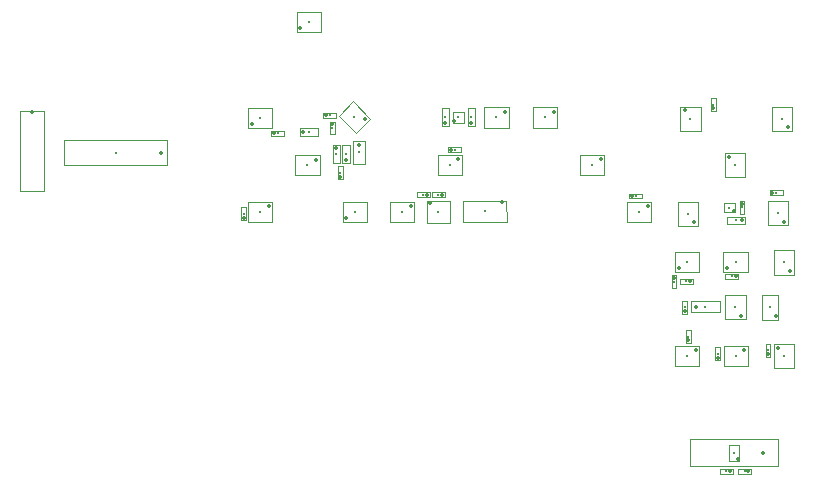
<source format=gbr>
%TF.GenerationSoftware,KiCad,Pcbnew,9.0.3*%
%TF.CreationDate,2025-08-06T14:02:13+08:00*%
%TF.ProjectId,Main,4d61696e-2e6b-4696-9361-645f70636258,3*%
%TF.SameCoordinates,Original*%
%TF.FileFunction,Component,L2,Bot*%
%TF.FilePolarity,Positive*%
%FSLAX46Y46*%
G04 Gerber Fmt 4.6, Leading zero omitted, Abs format (unit mm)*
G04 Created by KiCad (PCBNEW 9.0.3) date 2025-08-06 14:02:13*
%MOMM*%
%LPD*%
G01*
G04 APERTURE LIST*
%TA.AperFunction,ComponentMain*%
%ADD10C,0.300000*%
%TD*%
%TA.AperFunction,ComponentOutline,Footprint*%
%ADD11C,0.100000*%
%TD*%
%TA.AperFunction,ComponentPin*%
%ADD12P,0.360000X4X0.000000*%
%TD*%
%TA.AperFunction,ComponentPin*%
%ADD13C,0.100000*%
%TD*%
G04 APERTURE END LIST*
D10*
%TO.C,D6*%
%TO.CFtp,TX1812MWCA5-F01*%
%TO.CVal,TX1812MJA5*%
%TO.CLbN,Pixels-dice*%
%TO.CMnt,SMD*%
%TO.CRot,45*%
X149000000Y-82680000D03*
D11*
X148876256Y-81354175D02*
X150325825Y-82803744D01*
X149123744Y-84005825D01*
X147674175Y-82556256D01*
X148876256Y-81354175D01*
D12*
%TO.P,D6,1,DOUT*%
X149866206Y-82839099D03*
D13*
%TO.P,D6,2,GND*%
X149159099Y-83546206D03*
%TO.P,D6,3,DIN*%
X148133794Y-82520901D03*
%TO.P,D6,4,VCC*%
X148840901Y-81813794D03*
%TD*%
D10*
%TO.C,C16*%
%TO.CFtp,C_0402_1005Metric*%
%TO.CVal,10uF 6.3V 20\u0025*%
%TO.CLbN,Pixels-dice*%
%TO.CMnt,SMD*%
%TO.CRot,-90*%
X158890000Y-82690000D03*
D11*
X159200000Y-83450000D02*
X158580000Y-83450000D01*
X158580000Y-81930000D01*
X159200000Y-81930000D01*
X159200000Y-83450000D01*
D12*
%TO.P,C16,1*%
X158890000Y-83170000D03*
D13*
%TO.P,C16,2*%
X158890000Y-82210000D03*
%TD*%
D10*
%TO.C,D2*%
%TO.CFtp,TX1812MWCA5-F01*%
%TO.CVal,TX1812MJA5*%
%TO.CLbN,Pixels-dice*%
%TO.CMnt,SMD*%
%TO.CRot,-90*%
X145120000Y-74620000D03*
D11*
X146145000Y-75470000D02*
X144095000Y-75470000D01*
X144095000Y-73770000D01*
X146145000Y-73770000D01*
X146145000Y-75470000D01*
D12*
%TO.P,D2,1,DOUT*%
X144395000Y-75120000D03*
D13*
%TO.P,D2,2,GND*%
X144395000Y-74120000D03*
%TO.P,D2,3,DIN*%
X145845000Y-74120000D03*
%TO.P,D2,4,VCC*%
X145845000Y-75120000D03*
%TD*%
D10*
%TO.C,U7*%
%TO.CFtp,UDFN-4-1EP_1x1mm_P0.65mm_EP0.48x0.48mm*%
%TO.CVal,DS6101*%
%TO.CLbN,Package_DFN_QFN*%
%TO.CMnt,SMD*%
%TO.CRot,-90*%
X181137500Y-111117500D03*
D11*
X181587500Y-111767500D02*
X180687500Y-111767500D01*
X180687500Y-110467500D01*
X181587500Y-110467500D01*
X181587500Y-111767500D01*
D12*
%TO.P,U7,1,BAT*%
X181462500Y-111657500D03*
D13*
%TO.P,U7,2,VSS*%
X180812500Y-111657500D03*
%TO.P,U7,3,SM*%
X180812500Y-110577500D03*
%TO.P,U7,4,EB-*%
X181462500Y-110577500D03*
%TO.P,U7,5,PAD*%
X181137500Y-111117500D03*
%TD*%
D10*
%TO.C,U5*%
%TO.CFtp,TDFN-8-1EP_3x2mm_P0.5mm_EP1.3x1.4mm*%
%TO.CVal,BL24C02F-NTRC*%
%TO.CLbN,Pixels-dice*%
%TO.CMnt,SMD*%
%TO.CRot,0.5*%
X160018067Y-90662823D03*
D11*
X161860361Y-89771712D02*
X161875632Y-91521646D01*
X158175773Y-91553934D01*
X158160502Y-89804000D01*
X161860361Y-89771712D01*
D12*
%TO.P,U5,1,A0*%
X161473966Y-89900089D03*
D13*
%TO.P,U5,2,A1*%
X161478330Y-90400070D03*
%TO.P,U5,3,A2*%
X161482693Y-90900051D03*
%TO.P,U5,4,GND*%
X161487056Y-91400032D03*
%TO.P,U5,5,SDA*%
X158562168Y-91425557D03*
%TO.P,U5,6,SCL*%
X158557804Y-90925576D03*
%TO.P,U5,7,WP*%
X158553441Y-90425595D03*
%TO.P,U5,8,VCC*%
X158549078Y-89925614D03*
%TO.P,U5,9*%
X160018067Y-90662823D03*
%TD*%
D10*
%TO.C,U8*%
%TO.CFtp,SOT-553*%
%TO.CVal,SL1605*%
%TO.CLbN,Package_TO_SOT_SMD*%
%TO.CMnt,SMD*%
%TO.CRot,-90*%
X184180000Y-98792500D03*
D11*
X184855000Y-99842500D02*
X183505000Y-99842500D01*
X183505000Y-97742500D01*
X184855000Y-97742500D01*
X184855000Y-99842500D01*
D12*
%TO.P,U8,1*%
X184680000Y-99505000D03*
D13*
%TO.P,U8,2,GND*%
X184180000Y-99505000D03*
%TO.P,U8,3*%
X183680000Y-99505000D03*
%TO.P,U8,4,VDD*%
X183680000Y-98080000D03*
%TO.P,U8,5,OUT*%
X184680000Y-98080000D03*
%TD*%
D10*
%TO.C,L1*%
%TO.CFtp,C_1.2x1.8*%
%TO.CVal,10uH 100mA 20\u0025*%
%TO.CLbN,Pixels-dice*%
%TO.CMnt,SMD*%
%TO.CRot,90*%
X149370000Y-85670000D03*
D11*
X148860000Y-84710000D02*
X149880000Y-84710000D01*
X149880000Y-86630000D01*
X148860000Y-86630000D01*
X148860000Y-84710000D01*
D12*
%TO.P,L1,1,1*%
X149370000Y-85030000D03*
D13*
%TO.P,L1,2,2*%
X149370000Y-86310000D03*
%TD*%
D10*
%TO.C,C3*%
%TO.CFtp,C_0201_0603Metric*%
%TO.CVal,0.1uF 10V 20\u0025*%
%TO.CLbN,Capacitor_SMD*%
%TO.CMnt,SMD*%
%TO.CRot,90*%
X147130000Y-83600000D03*
D11*
X146930000Y-83050000D02*
X147330000Y-83050000D01*
X147330000Y-84150000D01*
X146930000Y-84150000D01*
X146930000Y-83050000D01*
D12*
%TO.P,C3,1*%
X147130000Y-83280000D03*
D13*
%TO.P,C3,2*%
X147130000Y-83920000D03*
%TD*%
D10*
%TO.C,R10*%
%TO.CFtp,R_0201_0603Metric*%
%TO.CVal,3.9k 1\u0025*%
%TO.CLbN,Resistor_SMD*%
%TO.CMnt,SMD*%
%TO.CRot,0*%
X154810000Y-89250000D03*
D11*
X155360000Y-89050000D02*
X155360000Y-89450000D01*
X154260000Y-89450000D01*
X154260000Y-89050000D01*
X155360000Y-89050000D01*
D12*
%TO.P,R10,1*%
X155130000Y-89250000D03*
D13*
%TO.P,R10,2*%
X154490000Y-89250000D03*
%TD*%
D10*
%TO.C,C10*%
%TO.CFtp,C_0201_0603Metric*%
%TO.CVal,0.1uF 10V 20\u0025*%
%TO.CLbN,Capacitor_SMD*%
%TO.CMnt,SMD*%
%TO.CRot,-90*%
X147810000Y-87390000D03*
D11*
X148010000Y-87940000D02*
X147610000Y-87940000D01*
X147610000Y-86840000D01*
X148010000Y-86840000D01*
X148010000Y-87940000D01*
D12*
%TO.P,C10,1*%
X147810000Y-87710000D03*
D13*
%TO.P,C10,2*%
X147810000Y-87070000D03*
%TD*%
D10*
%TO.C,C23*%
%TO.CFtp,C_0201_0603Metric*%
%TO.CVal,0.1uF 10V 20\u0025*%
%TO.CLbN,Capacitor_SMD*%
%TO.CMnt,SMD*%
%TO.CRot,0*%
X180470000Y-112680000D03*
D11*
X181020000Y-112480000D02*
X181020000Y-112880000D01*
X179920000Y-112880000D01*
X179920000Y-112480000D01*
X181020000Y-112480000D01*
D12*
%TO.P,C23,1*%
X180790000Y-112680000D03*
D13*
%TO.P,C23,2*%
X180150000Y-112680000D03*
%TD*%
D10*
%TO.C,J2*%
%TO.CFtp,FPC-POGO-4*%
%TO.CVal,Conn_01x04*%
%TO.CLbN,Pixels-dice*%
%TO.CMnt,SMD*%
%TO.CRot,0*%
X128780000Y-85690000D03*
D11*
X133140000Y-84640000D02*
X133140000Y-86740000D01*
X124420000Y-86740000D01*
X124420000Y-84640000D01*
X133140000Y-84640000D01*
D12*
%TO.P,J2,1,Pin_1*%
X132590000Y-85690000D03*
D13*
%TO.P,J2,2,Pin_2*%
X130050000Y-85690000D03*
%TO.P,J2,3,Pin_3*%
X127510000Y-85690000D03*
%TO.P,J2,4,Pin_4*%
X124970000Y-85690000D03*
%TD*%
D10*
%TO.C,C18*%
%TO.CFtp,C_0402_1005Metric*%
%TO.CVal,4.7uF 10V 20\u0025*%
%TO.CLbN,Pixels-dice*%
%TO.CMnt,SMD*%
%TO.CRot,-90*%
X156680000Y-82690000D03*
D11*
X156990000Y-83450000D02*
X156370000Y-83450000D01*
X156370000Y-81930000D01*
X156990000Y-81930000D01*
X156990000Y-83450000D01*
D12*
%TO.P,C18,1*%
X156680000Y-83170000D03*
D13*
%TO.P,C18,2*%
X156680000Y-82210000D03*
%TD*%
D10*
%TO.C,U4*%
%TO.CFtp,FPB1_1-4*%
%TO.CVal,ME6230*%
%TO.CLbN,Pixels-dice*%
%TO.CMnt,SMD*%
%TO.CRot,-90*%
X157785000Y-82685000D03*
D11*
X158237500Y-83137500D02*
X157332500Y-83137500D01*
X157332500Y-82232500D01*
X158237500Y-82232500D01*
X158237500Y-83137500D01*
D12*
%TO.P,U4,1,VOUT*%
X157460000Y-83010000D03*
D13*
%TO.P,U4,*%
X157785000Y-82685000D03*
%TO.P,U4,2,VSS*%
X157460000Y-82360000D03*
%TO.P,U4,3,CE*%
X158110000Y-82360000D03*
%TO.P,U4,4,VIN*%
X158110000Y-83010000D03*
%TD*%
D10*
%TO.C,R9*%
%TO.CFtp,R_0201_0603Metric*%
%TO.CVal,100k 1\u0025*%
%TO.CLbN,Resistor_SMD*%
%TO.CMnt,SMD*%
%TO.CRot,90*%
X181820000Y-90320000D03*
D11*
X181620000Y-89770000D02*
X182020000Y-89770000D01*
X182020000Y-90870000D01*
X181620000Y-90870000D01*
X181620000Y-89770000D01*
D12*
%TO.P,R9,1*%
X181820000Y-90000000D03*
D13*
%TO.P,R9,2*%
X181820000Y-90640000D03*
%TD*%
D10*
%TO.C,C4*%
%TO.CFtp,C_0402_1005Metric*%
%TO.CVal,4.7uF 10V 20\u0025*%
%TO.CLbN,Pixels-dice*%
%TO.CMnt,SMD*%
%TO.CRot,180*%
X145140000Y-83950000D03*
D11*
X144380000Y-84260000D02*
X144380000Y-83640000D01*
X145900000Y-83640000D01*
X145900000Y-84260000D01*
X144380000Y-84260000D01*
D12*
%TO.P,C4,1*%
X144660000Y-83950000D03*
D13*
%TO.P,C4,2*%
X145620000Y-83950000D03*
%TD*%
D10*
%TO.C,J3*%
%TO.CFtp,Hongjie 10100 Solder Tabs*%
%TO.CVal,Conn_01x02*%
%TO.CLbN,Pixels-dice*%
%TO.CMnt,TH*%
%TO.CRot,0*%
X181130000Y-111076066D03*
D11*
X184880000Y-109970000D02*
X184880000Y-112176066D01*
X177380000Y-112176066D01*
X177380000Y-109970000D01*
X184880000Y-109970000D01*
D12*
%TO.P,J3,1,Pin_1*%
X183580000Y-111076066D03*
D13*
%TO.P,J3,2,Pin_2*%
X178680000Y-111070000D03*
%TD*%
D10*
%TO.C,J1*%
%TO.CFtp,FPC_14*%
%TO.CVal,Conn_01x14*%
%TO.CLbN,Pixels-dice*%
%TO.CMnt,SMD*%
%TO.CRot,90*%
X121680000Y-82280000D03*
D11*
X120680000Y-82130000D02*
X122680000Y-82130000D01*
X122680000Y-88930000D01*
X120680000Y-88930000D01*
X120680000Y-82130000D01*
D12*
%TO.P,J1,1,Pin_1*%
X121680000Y-82280000D03*
D13*
%TO.P,J1,2,Pin_2*%
X121680000Y-82779999D03*
%TO.P,J1,3,Pin_3*%
X121680000Y-83280000D03*
%TO.P,J1,4,Pin_4*%
X121680000Y-83780000D03*
%TO.P,J1,5,Pin_5*%
X121680000Y-84280001D03*
%TO.P,J1,6,Pin_6*%
X121680000Y-84780000D03*
%TO.P,J1,7,Pin_7*%
X121680000Y-85280000D03*
%TO.P,J1,8,Pin_8*%
X121680000Y-85780000D03*
%TO.P,J1,9,Pin_9*%
X121680000Y-86280000D03*
%TO.P,J1,10,Pin_10*%
X121680000Y-86780001D03*
%TO.P,J1,11,Pin_11*%
X121680000Y-87280000D03*
%TO.P,J1,12,Pin_12*%
X121680000Y-87780000D03*
%TO.P,J1,13,Pin_13*%
X121680000Y-88280000D03*
%TO.P,J1,14,Pin_14*%
X121680000Y-88780000D03*
%TD*%
D10*
%TO.C,L2*%
%TO.CFtp,L_0402_1005Metric*%
%TO.CVal,15nH 100mA 5\u0025*%
%TO.CLbN,Inductor_SMD*%
%TO.CMnt,SMD*%
%TO.CRot,-90*%
X148280000Y-85815000D03*
D11*
X148600000Y-86595000D02*
X147960000Y-86595000D01*
X147960000Y-85035000D01*
X148600000Y-85035000D01*
X148600000Y-86595000D01*
D12*
%TO.P,L2,1,1*%
X148280000Y-86300000D03*
D13*
%TO.P,L2,2,2*%
X148280000Y-85330000D03*
%TD*%
D10*
%TO.C,C1*%
%TO.CFtp,C_0402_1005Metric*%
%TO.CVal,4.7uF 10V 20\u0025*%
%TO.CLbN,Pixels-dice*%
%TO.CMnt,SMD*%
%TO.CRot,90*%
X147460000Y-85810000D03*
D11*
X147150000Y-85050000D02*
X147770000Y-85050000D01*
X147770000Y-86570000D01*
X147150000Y-86570000D01*
X147150000Y-85050000D01*
D12*
%TO.P,C1,1*%
X147460000Y-85330000D03*
D13*
%TO.P,C1,2*%
X147460000Y-86290000D03*
%TD*%
D10*
%TO.C,R12*%
%TO.CFtp,R_0201_0603Metric*%
%TO.CVal,510R 1\u0025*%
%TO.CLbN,Resistor_SMD*%
%TO.CMnt,SMD*%
%TO.CRot,0*%
X182030000Y-112670000D03*
D11*
X182580000Y-112470000D02*
X182580000Y-112870000D01*
X181480000Y-112870000D01*
X181480000Y-112470000D01*
X182580000Y-112470000D01*
D12*
%TO.P,R12,1*%
X182350000Y-112670000D03*
D13*
%TO.P,R12,2*%
X181710000Y-112670000D03*
%TD*%
D10*
%TO.C,U2*%
%TO.CFtp,LGA-12_2x2mm_P0.5mm*%
%TO.CVal,SC7A20HTR*%
%TO.CLbN,Package_LGA*%
%TO.CMnt,SMD*%
%TO.CRot,90*%
X156107500Y-90712500D03*
D11*
X155157500Y-89762500D02*
X157057500Y-89762500D01*
X157057500Y-91662500D01*
X155157500Y-91662500D01*
X155157500Y-89762500D01*
D12*
%TO.P,U2,1,ADDR*%
X155357500Y-89950000D03*
D13*
%TO.P,U2,2,SDA*%
X155857500Y-89950000D03*
%TO.P,U2,3,IO_VDD*%
X156357500Y-89950000D03*
%TO.P,U2,4,NC*%
X156857500Y-89950000D03*
%TO.P,U2,5,INT1*%
X156870000Y-90462500D03*
%TO.P,U2,6,INT2*%
X156870000Y-90962500D03*
%TO.P,U2,7,VDD*%
X156857500Y-91475000D03*
%TO.P,U2,8,GND*%
X156357500Y-91475000D03*
%TO.P,U2,9,GND*%
X155857500Y-91475000D03*
%TO.P,U2,10,CS*%
X155357500Y-91475000D03*
%TO.P,U2,11,NC*%
X155345000Y-90962500D03*
%TO.P,U2,12,SCL*%
X155345000Y-90462500D03*
%TD*%
D10*
%TO.C,R5*%
%TO.CFtp,R_0201_0603Metric*%
%TO.CVal,10k 1\u0025*%
%TO.CLbN,Resistor_SMD*%
%TO.CMnt,SMD*%
%TO.CRot,-90*%
X176950000Y-98780000D03*
D11*
X177150000Y-99330000D02*
X176750000Y-99330000D01*
X176750000Y-98230000D01*
X177150000Y-98230000D01*
X177150000Y-99330000D01*
D12*
%TO.P,R5,1*%
X176950000Y-99100000D03*
D13*
%TO.P,R5,2*%
X176950000Y-98460000D03*
%TD*%
D10*
%TO.C,D5*%
%TO.CFtp,TX1812MWCA5-F01*%
%TO.CVal,TX1812MJA5*%
%TO.CLbN,Pixels-dice*%
%TO.CMnt,SMD*%
%TO.CRot,90*%
X145020000Y-86767500D03*
D11*
X143995000Y-85917500D02*
X146045000Y-85917500D01*
X146045000Y-87617500D01*
X143995000Y-87617500D01*
X143995000Y-85917500D01*
D12*
%TO.P,D5,1,DOUT*%
X145745000Y-86267500D03*
D13*
%TO.P,D5,2,GND*%
X145745000Y-87267500D03*
%TO.P,D5,3,DIN*%
X144295000Y-87267500D03*
%TO.P,D5,4,VCC*%
X144295000Y-86267500D03*
%TD*%
D10*
%TO.C,D3*%
%TO.CFtp,TX1812MWCA5-F01*%
%TO.CVal,TX1812MJA5*%
%TO.CLbN,Pixels-dice*%
%TO.CMnt,SMD*%
%TO.CRot,-90*%
X141022500Y-82730000D03*
D11*
X142047500Y-83580000D02*
X139997500Y-83580000D01*
X139997500Y-81880000D01*
X142047500Y-81880000D01*
X142047500Y-83580000D01*
D12*
%TO.P,D3,1,DOUT*%
X140297500Y-83230000D03*
D13*
%TO.P,D3,2,GND*%
X140297500Y-82230000D03*
%TO.P,D3,3,DIN*%
X141747500Y-82230000D03*
%TO.P,D3,4,VCC*%
X141747500Y-83230000D03*
%TD*%
D10*
%TO.C,D27*%
%TO.CFtp,TX1812MWCA5-F01*%
%TO.CVal,TX1812MJA5*%
%TO.CLbN,Pixels-dice*%
%TO.CMnt,SMD*%
%TO.CRot,180*%
X185360000Y-102917500D03*
D11*
X184510000Y-103942500D02*
X184510000Y-101892500D01*
X186210000Y-101892500D01*
X186210000Y-103942500D01*
X184510000Y-103942500D01*
D12*
%TO.P,D27,1,DOUT*%
X184860000Y-102192500D03*
D13*
%TO.P,D27,2,GND*%
X185860000Y-102192500D03*
%TO.P,D27,3,DIN*%
X185860000Y-103642500D03*
%TO.P,D27,4,VCC*%
X184860000Y-103642500D03*
%TD*%
D10*
%TO.C,R19*%
%TO.CFtp,R_0201_0603Metric*%
%TO.CVal,0R*%
%TO.CLbN,Resistor_SMD*%
%TO.CMnt,SMD*%
%TO.CRot,0*%
X180950000Y-96150000D03*
D11*
X181500000Y-95950000D02*
X181500000Y-96350000D01*
X180400000Y-96350000D01*
X180400000Y-95950000D01*
X181500000Y-95950000D01*
D12*
%TO.P,R19,1*%
X181270000Y-96150000D03*
D13*
%TO.P,R19,2*%
X180630000Y-96150000D03*
%TD*%
D10*
%TO.C,TH1*%
%TO.CFtp,R_0402_1005Metric*%
%TO.CVal,NTC 100k @ 25C*%
%TO.CLbN,Pixels-dice*%
%TO.CMnt,SMD*%
%TO.CRot,0*%
X181310000Y-91430000D03*
D11*
X182090000Y-91110000D02*
X182090000Y-91750000D01*
X180530000Y-91750000D01*
X180530000Y-91110000D01*
X182090000Y-91110000D01*
D12*
%TO.P,TH1,1*%
X181820000Y-91430000D03*
D13*
%TO.P,TH1,2*%
X180800000Y-91430000D03*
%TD*%
D10*
%TO.C,D4*%
%TO.CFtp,TX1812MWCA5-F01*%
%TO.CVal,TX1812MJA5*%
%TO.CLbN,Pixels-dice*%
%TO.CMnt,SMD*%
%TO.CRot,90*%
X141012500Y-90740000D03*
D11*
X139987500Y-89890000D02*
X142037500Y-89890000D01*
X142037500Y-91590000D01*
X139987500Y-91590000D01*
X139987500Y-89890000D01*
D12*
%TO.P,D4,1,DOUT*%
X141737500Y-90240000D03*
D13*
%TO.P,D4,2,GND*%
X141737500Y-91240000D03*
%TO.P,D4,3,DIN*%
X140287500Y-91240000D03*
%TO.P,D4,4,VCC*%
X140287500Y-90240000D03*
%TD*%
D10*
%TO.C,D25*%
%TO.CFtp,TX1812MWCA5-F01*%
%TO.CVal,TX1812MJA5*%
%TO.CLbN,Pixels-dice*%
%TO.CMnt,SMD*%
%TO.CRot,90*%
X177150000Y-102887500D03*
D11*
X176125000Y-102037500D02*
X178175000Y-102037500D01*
X178175000Y-103737500D01*
X176125000Y-103737500D01*
X176125000Y-102037500D01*
D12*
%TO.P,D25,1,DOUT*%
X177875000Y-102387500D03*
D13*
%TO.P,D25,2,GND*%
X177875000Y-103387500D03*
%TO.P,D25,3,DIN*%
X176425000Y-103387500D03*
%TO.P,D25,4,VCC*%
X176425000Y-102387500D03*
%TD*%
D10*
%TO.C,R13*%
%TO.CFtp,R_0201_0603Metric*%
%TO.CVal,0R*%
%TO.CLbN,Resistor_SMD*%
%TO.CMnt,SMD*%
%TO.CRot,180*%
X157490000Y-85440000D03*
D11*
X156940000Y-85640000D02*
X156940000Y-85240000D01*
X158040000Y-85240000D01*
X158040000Y-85640000D01*
X156940000Y-85640000D01*
D12*
%TO.P,R13,1*%
X157170000Y-85440000D03*
D13*
%TO.P,R13,2*%
X157810000Y-85440000D03*
%TD*%
D10*
%TO.C,D21*%
%TO.CFtp,TX1812MWCA5-F01*%
%TO.CVal,TX1812MJA5*%
%TO.CLbN,Pixels-dice*%
%TO.CMnt,SMD*%
%TO.CRot,0*%
X185380000Y-94987500D03*
D11*
X186230000Y-93962500D02*
X186230000Y-96012500D01*
X184530000Y-96012500D01*
X184530000Y-93962500D01*
X186230000Y-93962500D01*
D12*
%TO.P,D21,1,DOUT*%
X185880000Y-95712500D03*
D13*
%TO.P,D21,2,GND*%
X184880000Y-95712500D03*
%TO.P,D21,3,DIN*%
X184880000Y-94262500D03*
%TO.P,D21,4,VCC*%
X185880000Y-94262500D03*
%TD*%
D10*
%TO.C,R16*%
%TO.CFtp,R_0201_0603Metric*%
%TO.CVal,0R*%
%TO.CLbN,Resistor_SMD*%
%TO.CMnt,SMD*%
%TO.CRot,-90*%
X179380000Y-81625000D03*
D11*
X179580000Y-82175000D02*
X179180000Y-82175000D01*
X179180000Y-81075000D01*
X179580000Y-81075000D01*
X179580000Y-82175000D01*
D12*
%TO.P,R16,1*%
X179380000Y-81945000D03*
D13*
%TO.P,R16,2*%
X179380000Y-81305000D03*
%TD*%
D10*
%TO.C,Q1*%
%TO.CFtp,D_0603_1608Metric*%
%TO.CVal,ZSPT-Z1608C-06F-Z4*%
%TO.CLbN,Diode_SMD*%
%TO.CMnt,SMD*%
%TO.CRot,180*%
X178720000Y-98730000D03*
D11*
X177495000Y-99205000D02*
X177495000Y-98255000D01*
X179945000Y-98255000D01*
X179945000Y-99205000D01*
X177495000Y-99205000D01*
D12*
%TO.P,Q1,1,C*%
X177932500Y-98730000D03*
D13*
%TO.P,Q1,2,E*%
X179507500Y-98730000D03*
%TD*%
D10*
%TO.C,R18*%
%TO.CFtp,R_0201_0603Metric*%
%TO.CVal,0R*%
%TO.CLbN,Resistor_SMD*%
%TO.CMnt,SMD*%
%TO.CRot,90*%
X176060000Y-96630000D03*
D11*
X175860000Y-96080000D02*
X176260000Y-96080000D01*
X176260000Y-97180000D01*
X175860000Y-97180000D01*
X175860000Y-96080000D01*
D12*
%TO.P,R18,1*%
X176060000Y-96310000D03*
D13*
%TO.P,R18,2*%
X176060000Y-96950000D03*
%TD*%
D10*
%TO.C,D15*%
%TO.CFtp,TX1812MWCA5-F01*%
%TO.CVal,TX1812MJA5*%
%TO.CLbN,Pixels-dice*%
%TO.CMnt,SMD*%
%TO.CRot,90*%
X173120000Y-90690000D03*
D11*
X172095000Y-89840000D02*
X174145000Y-89840000D01*
X174145000Y-91540000D01*
X172095000Y-91540000D01*
X172095000Y-89840000D01*
D12*
%TO.P,D15,1,DOUT*%
X173845000Y-90190000D03*
D13*
%TO.P,D15,2,GND*%
X173845000Y-91190000D03*
%TO.P,D15,3,DIN*%
X172395000Y-91190000D03*
%TO.P,D15,4,VCC*%
X172395000Y-90190000D03*
%TD*%
D10*
%TO.C,D23*%
%TO.CFtp,TX1812MWCA5-F01*%
%TO.CVal,TX1812MJA5*%
%TO.CLbN,Pixels-dice*%
%TO.CMnt,SMD*%
%TO.CRot,-90*%
X177180000Y-94950000D03*
D11*
X178205000Y-95800000D02*
X176155000Y-95800000D01*
X176155000Y-94100000D01*
X178205000Y-94100000D01*
X178205000Y-95800000D01*
D12*
%TO.P,D23,1,DOUT*%
X176455000Y-95450000D03*
D13*
%TO.P,D23,2,GND*%
X176455000Y-94450000D03*
%TO.P,D23,3,DIN*%
X177905000Y-94450000D03*
%TO.P,D23,4,VCC*%
X177905000Y-95450000D03*
%TD*%
D10*
%TO.C,D12*%
%TO.CFtp,TX1812MWCA5-F01*%
%TO.CVal,TX1812MJA5*%
%TO.CLbN,Pixels-dice*%
%TO.CMnt,SMD*%
%TO.CRot,90*%
X165140000Y-82710000D03*
D11*
X164115000Y-81860000D02*
X166165000Y-81860000D01*
X166165000Y-83560000D01*
X164115000Y-83560000D01*
X164115000Y-81860000D01*
D12*
%TO.P,D12,1,DOUT*%
X165865000Y-82210000D03*
D13*
%TO.P,D12,2,GND*%
X165865000Y-83210000D03*
%TO.P,D12,3,DIN*%
X164415000Y-83210000D03*
%TO.P,D12,4,VCC*%
X164415000Y-82210000D03*
%TD*%
D10*
%TO.C,R14*%
%TO.CFtp,R_0201_0603Metric*%
%TO.CVal,0R*%
%TO.CLbN,Resistor_SMD*%
%TO.CMnt,SMD*%
%TO.CRot,-90*%
X139610000Y-90870000D03*
D11*
X139810000Y-91420000D02*
X139410000Y-91420000D01*
X139410000Y-90320000D01*
X139810000Y-90320000D01*
X139810000Y-91420000D01*
D12*
%TO.P,R14,1*%
X139610000Y-91190000D03*
D13*
%TO.P,R14,2*%
X139610000Y-90550000D03*
%TD*%
D10*
%TO.C,R21*%
%TO.CFtp,R_0201_0603Metric*%
%TO.CVal,0R*%
%TO.CLbN,Resistor_SMD*%
%TO.CMnt,SMD*%
%TO.CRot,-90*%
X179740000Y-102730000D03*
D11*
X179940000Y-103280000D02*
X179540000Y-103280000D01*
X179540000Y-102180000D01*
X179940000Y-102180000D01*
X179940000Y-103280000D01*
D12*
%TO.P,R21,1*%
X179740000Y-103050000D03*
D13*
%TO.P,R21,2*%
X179740000Y-102410000D03*
%TD*%
D10*
%TO.C,C6*%
%TO.CFtp,C_0201_0603Metric*%
%TO.CVal,0.1uF 10V 20\u0025*%
%TO.CLbN,Capacitor_SMD*%
%TO.CMnt,SMD*%
%TO.CRot,-90*%
X177260000Y-101260000D03*
D11*
X177460000Y-101810000D02*
X177060000Y-101810000D01*
X177060000Y-100710000D01*
X177460000Y-100710000D01*
X177460000Y-101810000D01*
D12*
%TO.P,C6,1*%
X177260000Y-101580000D03*
D13*
%TO.P,C6,2*%
X177260000Y-100940000D03*
%TD*%
D10*
%TO.C,D7*%
%TO.CFtp,TX1812MWCA5-F01*%
%TO.CVal,TX1812MJA5*%
%TO.CLbN,Pixels-dice*%
%TO.CMnt,SMD*%
%TO.CRot,-90*%
X149027500Y-90740000D03*
D11*
X150052500Y-91590000D02*
X148002500Y-91590000D01*
X148002500Y-89890000D01*
X150052500Y-89890000D01*
X150052500Y-91590000D01*
D12*
%TO.P,D7,1,DOUT*%
X148302500Y-91240000D03*
D13*
%TO.P,D7,2,GND*%
X148302500Y-90240000D03*
%TO.P,D7,3,DIN*%
X149752500Y-90240000D03*
%TO.P,D7,4,VCC*%
X149752500Y-91240000D03*
%TD*%
D10*
%TO.C,D24*%
%TO.CFtp,TX1812MWCA5-F01*%
%TO.CVal,TX1812MJA5*%
%TO.CLbN,Pixels-dice*%
%TO.CMnt,SMD*%
%TO.CRot,0*%
X181257500Y-98787500D03*
D11*
X182107500Y-97762500D02*
X182107500Y-99812500D01*
X180407500Y-99812500D01*
X180407500Y-97762500D01*
X182107500Y-97762500D01*
D12*
%TO.P,D24,1,DOUT*%
X181757500Y-99512500D03*
D13*
%TO.P,D24,2,GND*%
X180757500Y-99512500D03*
%TO.P,D24,3,DIN*%
X180757500Y-98062500D03*
%TO.P,D24,4,VCC*%
X181757500Y-98062500D03*
%TD*%
D10*
%TO.C,R3*%
%TO.CFtp,R_0201_0603Metric*%
%TO.CVal,0R*%
%TO.CLbN,Resistor_SMD*%
%TO.CMnt,SMD*%
%TO.CRot,180*%
X142510000Y-84050000D03*
D11*
X141960000Y-84250000D02*
X141960000Y-83850000D01*
X143060000Y-83850000D01*
X143060000Y-84250000D01*
X141960000Y-84250000D01*
D12*
%TO.P,R3,1*%
X142190000Y-84050000D03*
D13*
%TO.P,R3,2*%
X142830000Y-84050000D03*
%TD*%
D10*
%TO.C,D9*%
%TO.CFtp,TX1812MWCA5-F01*%
%TO.CVal,TX1812MJA5*%
%TO.CLbN,Pixels-dice*%
%TO.CMnt,SMD*%
%TO.CRot,90*%
X157082500Y-86750000D03*
D11*
X156057500Y-85900000D02*
X158107500Y-85900000D01*
X158107500Y-87600000D01*
X156057500Y-87600000D01*
X156057500Y-85900000D01*
D12*
%TO.P,D9,1,DOUT*%
X157807500Y-86250000D03*
D13*
%TO.P,D9,2,GND*%
X157807500Y-87250000D03*
%TO.P,D9,3,DIN*%
X156357500Y-87250000D03*
%TO.P,D9,4,VCC*%
X156357500Y-86250000D03*
%TD*%
D10*
%TO.C,D16*%
%TO.CFtp,TX1812MWCA5-F01*%
%TO.CVal,TX1812MJA5*%
%TO.CLbN,Pixels-dice*%
%TO.CMnt,SMD*%
%TO.CRot,0*%
X177230000Y-90850000D03*
D11*
X178080000Y-89825000D02*
X178080000Y-91875000D01*
X176380000Y-91875000D01*
X176380000Y-89825000D01*
X178080000Y-89825000D01*
D12*
%TO.P,D16,1,DOUT*%
X177730000Y-91575000D03*
D13*
%TO.P,D16,2,GND*%
X176730000Y-91575000D03*
%TO.P,D16,3,DIN*%
X176730000Y-90125000D03*
%TO.P,D16,4,VCC*%
X177730000Y-90125000D03*
%TD*%
D10*
%TO.C,R15*%
%TO.CFtp,R_0201_0603Metric*%
%TO.CVal,0R*%
%TO.CLbN,Resistor_SMD*%
%TO.CMnt,SMD*%
%TO.CRot,180*%
X146890000Y-82530000D03*
D11*
X146340000Y-82730000D02*
X146340000Y-82330000D01*
X147440000Y-82330000D01*
X147440000Y-82730000D01*
X146340000Y-82730000D01*
D12*
%TO.P,R15,1*%
X146570000Y-82530000D03*
D13*
%TO.P,R15,2*%
X147210000Y-82530000D03*
%TD*%
D10*
%TO.C,D20*%
%TO.CFtp,TX1812MWCA5-F01*%
%TO.CVal,TX1812MJA5*%
%TO.CLbN,Pixels-dice*%
%TO.CMnt,SMD*%
%TO.CRot,0*%
X184880000Y-90812500D03*
D11*
X185730000Y-89787500D02*
X185730000Y-91837500D01*
X184030000Y-91837500D01*
X184030000Y-89787500D01*
X185730000Y-89787500D01*
D12*
%TO.P,D20,1,DOUT*%
X185380000Y-91537500D03*
D13*
%TO.P,D20,2,GND*%
X184380000Y-91537500D03*
%TO.P,D20,3,DIN*%
X184380000Y-90087500D03*
%TO.P,D20,4,VCC*%
X185380000Y-90087500D03*
%TD*%
D10*
%TO.C,R20*%
%TO.CFtp,R_0201_0603Metric*%
%TO.CVal,0R*%
%TO.CLbN,Resistor_SMD*%
%TO.CMnt,SMD*%
%TO.CRot,0*%
X177073752Y-96586190D03*
D11*
X177623752Y-96386190D02*
X177623752Y-96786190D01*
X176523752Y-96786190D01*
X176523752Y-96386190D01*
X177623752Y-96386190D01*
D12*
%TO.P,R20,1*%
X177393752Y-96586190D03*
D13*
%TO.P,R20,2*%
X176753752Y-96586190D03*
%TD*%
D10*
%TO.C,D13*%
%TO.CFtp,TX1812MWCA5-F01*%
%TO.CVal,TX1812MJA5*%
%TO.CLbN,Pixels-dice*%
%TO.CMnt,SMD*%
%TO.CRot,90*%
X169130000Y-86747500D03*
D11*
X168105000Y-85897500D02*
X170155000Y-85897500D01*
X170155000Y-87597500D01*
X168105000Y-87597500D01*
X168105000Y-85897500D01*
D12*
%TO.P,D13,1,DOUT*%
X169855000Y-86247500D03*
D13*
%TO.P,D13,2,GND*%
X169855000Y-87247500D03*
%TO.P,D13,3,DIN*%
X168405000Y-87247500D03*
%TO.P,D13,4,VCC*%
X168405000Y-86247500D03*
%TD*%
D10*
%TO.C,D8*%
%TO.CFtp,TX1812MWCA5-F01*%
%TO.CVal,TX1812MJA5*%
%TO.CLbN,Pixels-dice*%
%TO.CMnt,SMD*%
%TO.CRot,90*%
X153022500Y-90700000D03*
D11*
X151997500Y-89850000D02*
X154047500Y-89850000D01*
X154047500Y-91550000D01*
X151997500Y-91550000D01*
X151997500Y-89850000D01*
D12*
%TO.P,D8,1,DOUT*%
X153747500Y-90200000D03*
D13*
%TO.P,D8,2,GND*%
X153747500Y-91200000D03*
%TO.P,D8,3,DIN*%
X152297500Y-91200000D03*
%TO.P,D8,4,VCC*%
X152297500Y-90200000D03*
%TD*%
D10*
%TO.C,D19*%
%TO.CFtp,TX1812MWCA5-F01*%
%TO.CVal,TX1812MJA5*%
%TO.CLbN,Pixels-dice*%
%TO.CMnt,SMD*%
%TO.CRot,0*%
X185202500Y-82820000D03*
D11*
X186052500Y-81795000D02*
X186052500Y-83845000D01*
X184352500Y-83845000D01*
X184352500Y-81795000D01*
X186052500Y-81795000D01*
D12*
%TO.P,D19,1,DOUT*%
X185702500Y-83545000D03*
D13*
%TO.P,D19,2,GND*%
X184702500Y-83545000D03*
%TO.P,D19,3,DIN*%
X184702500Y-82095000D03*
%TO.P,D19,4,VCC*%
X185702500Y-82095000D03*
%TD*%
D10*
%TO.C,D17*%
%TO.CFtp,TX1812MWCA5-F01*%
%TO.CVal,TX1812MJA5*%
%TO.CLbN,Pixels-dice*%
%TO.CMnt,SMD*%
%TO.CRot,180*%
X181230000Y-86752500D03*
D11*
X180380000Y-87777500D02*
X180380000Y-85727500D01*
X182080000Y-85727500D01*
X182080000Y-87777500D01*
X180380000Y-87777500D01*
D12*
%TO.P,D17,1,DOUT*%
X180730000Y-86027500D03*
D13*
%TO.P,D17,2,GND*%
X181730000Y-86027500D03*
%TO.P,D17,3,DIN*%
X181730000Y-87477500D03*
%TO.P,D17,4,VCC*%
X180730000Y-87477500D03*
%TD*%
D10*
%TO.C,D22*%
%TO.CFtp,TX1812MWCA5-F01*%
%TO.CVal,TX1812MJA5*%
%TO.CLbN,Pixels-dice*%
%TO.CMnt,SMD*%
%TO.CRot,-90*%
X181267500Y-94950000D03*
D11*
X182292500Y-95800000D02*
X180242500Y-95800000D01*
X180242500Y-94100000D01*
X182292500Y-94100000D01*
X182292500Y-95800000D01*
D12*
%TO.P,D22,1,DOUT*%
X180542500Y-95450000D03*
D13*
%TO.P,D22,2,GND*%
X180542500Y-94450000D03*
%TO.P,D22,3,DIN*%
X181992500Y-94450000D03*
%TO.P,D22,4,VCC*%
X181992500Y-95450000D03*
%TD*%
D10*
%TO.C,D26*%
%TO.CFtp,TX1812MWCA5-F01*%
%TO.CVal,TX1812MJA5*%
%TO.CLbN,Pixels-dice*%
%TO.CMnt,SMD*%
%TO.CRot,90*%
X181282500Y-102930000D03*
D11*
X180257500Y-102080000D02*
X182307500Y-102080000D01*
X182307500Y-103780000D01*
X180257500Y-103780000D01*
X180257500Y-102080000D01*
D12*
%TO.P,D26,1,DOUT*%
X182007500Y-102430000D03*
D13*
%TO.P,D26,2,GND*%
X182007500Y-103430000D03*
%TO.P,D26,3,DIN*%
X180557500Y-103430000D03*
%TO.P,D26,4,VCC*%
X180557500Y-102430000D03*
%TD*%
D10*
%TO.C,R11*%
%TO.CFtp,R_0201_0603Metric*%
%TO.CVal,3.9k 1\u0025*%
%TO.CLbN,Resistor_SMD*%
%TO.CMnt,SMD*%
%TO.CRot,0*%
X156090000Y-89260000D03*
D11*
X156640000Y-89060000D02*
X156640000Y-89460000D01*
X155540000Y-89460000D01*
X155540000Y-89060000D01*
X156640000Y-89060000D01*
D12*
%TO.P,R11,1*%
X156410000Y-89260000D03*
D13*
%TO.P,R11,2*%
X155770000Y-89260000D03*
%TD*%
D10*
%TO.C,R22*%
%TO.CFtp,R_0201_0603Metric*%
%TO.CVal,0R*%
%TO.CLbN,Resistor_SMD*%
%TO.CMnt,SMD*%
%TO.CRot,-90*%
X184010000Y-102420000D03*
D11*
X184210000Y-102970000D02*
X183810000Y-102970000D01*
X183810000Y-101870000D01*
X184210000Y-101870000D01*
X184210000Y-102970000D01*
D12*
%TO.P,R22,1*%
X184010000Y-102740000D03*
D13*
%TO.P,R22,2*%
X184010000Y-102100000D03*
%TD*%
D10*
%TO.C,D11*%
%TO.CFtp,TX1812MWCA5-F01*%
%TO.CVal,TX1812MJA5*%
%TO.CLbN,Pixels-dice*%
%TO.CMnt,SMD*%
%TO.CRot,90*%
X161020000Y-82710000D03*
D11*
X159995000Y-81860000D02*
X162045000Y-81860000D01*
X162045000Y-83560000D01*
X159995000Y-83560000D01*
X159995000Y-81860000D01*
D12*
%TO.P,D11,1,DOUT*%
X161745000Y-82210000D03*
D13*
%TO.P,D11,2,GND*%
X161745000Y-83210000D03*
%TO.P,D11,3,DIN*%
X160295000Y-83210000D03*
%TO.P,D11,4,VCC*%
X160295000Y-82210000D03*
%TD*%
D10*
%TO.C,C25*%
%TO.CFtp,C_0201_0603Metric*%
%TO.CVal,0.1uF 10V 20\u0025*%
%TO.CLbN,Capacitor_SMD*%
%TO.CMnt,SMD*%
%TO.CRot,180*%
X172820000Y-89350000D03*
D11*
X172270000Y-89550000D02*
X172270000Y-89150000D01*
X173370000Y-89150000D01*
X173370000Y-89550000D01*
X172270000Y-89550000D01*
D12*
%TO.P,C25,1*%
X172500000Y-89350000D03*
D13*
%TO.P,C25,2*%
X173140000Y-89350000D03*
%TD*%
D10*
%TO.C,R17*%
%TO.CFtp,R_0201_0603Metric*%
%TO.CVal,0R*%
%TO.CLbN,Resistor_SMD*%
%TO.CMnt,SMD*%
%TO.CRot,180*%
X184710000Y-89070000D03*
D11*
X184160000Y-89270000D02*
X184160000Y-88870000D01*
X185260000Y-88870000D01*
X185260000Y-89270000D01*
X184160000Y-89270000D01*
D12*
%TO.P,R17,1*%
X184390000Y-89070000D03*
D13*
%TO.P,R17,2*%
X185030000Y-89070000D03*
%TD*%
D10*
%TO.C,U10*%
%TO.CFtp,DFN1109-6*%
%TO.CVal,WAS3157D-6/TR*%
%TO.CLbN,Pixels-dice*%
%TO.CMnt,SMD*%
%TO.CRot,0*%
X180750000Y-90340000D03*
D11*
X181250000Y-89940000D02*
X181250000Y-90740000D01*
X180250000Y-90740000D01*
X180250000Y-89940000D01*
X181250000Y-89940000D01*
D12*
%TO.P,U10,1,B0*%
X181150000Y-90590000D03*
D13*
%TO.P,U10,2,GND*%
X180750000Y-90590000D03*
%TO.P,U10,3,B1*%
X180350000Y-90590000D03*
%TO.P,U10,4,S*%
X180350000Y-90090000D03*
%TO.P,U10,5,VCC*%
X180750000Y-90090000D03*
%TO.P,U10,6,A*%
X181150000Y-90090000D03*
%TD*%
D10*
%TO.C,D18*%
%TO.CFtp,TX1812MWCA5-F01*%
%TO.CVal,TX1812MJA5*%
%TO.CLbN,Pixels-dice*%
%TO.CMnt,SMD*%
%TO.CRot,180*%
X177450000Y-82822500D03*
D11*
X176600000Y-83847500D02*
X176600000Y-81797500D01*
X178300000Y-81797500D01*
X178300000Y-83847500D01*
X176600000Y-83847500D01*
D12*
%TO.P,D18,1,DOUT*%
X176950000Y-82097500D03*
D13*
%TO.P,D18,2,GND*%
X177950000Y-82097500D03*
%TO.P,D18,3,DIN*%
X177950000Y-83547500D03*
%TO.P,D18,4,VCC*%
X176950000Y-83547500D03*
%TD*%
M02*

</source>
